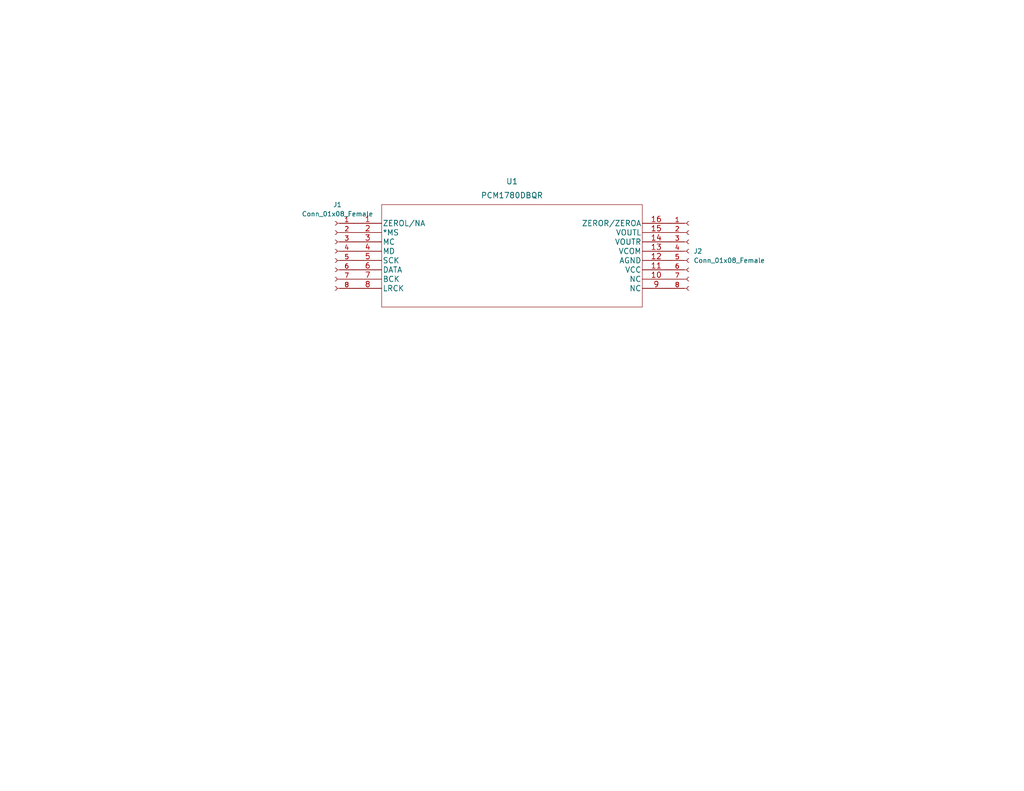
<source format=kicad_sch>
(kicad_sch (version 20211123) (generator eeschema)

  (uuid 30be826f-1847-438e-a89d-b5e379a399d4)

  (paper "A")

  (title_block
    (date "2022-02-26")
  )

  (lib_symbols
    (symbol "Connector:Conn_01x08_Female" (pin_names (offset 1.016) hide) (in_bom yes) (on_board yes)
      (property "Reference" "J" (id 0) (at 0 10.16 0)
        (effects (font (size 1.27 1.27)))
      )
      (property "Value" "Conn_01x08_Female" (id 1) (at 0 -12.7 0)
        (effects (font (size 1.27 1.27)))
      )
      (property "Footprint" "" (id 2) (at 0 0 0)
        (effects (font (size 1.27 1.27)) hide)
      )
      (property "Datasheet" "~" (id 3) (at 0 0 0)
        (effects (font (size 1.27 1.27)) hide)
      )
      (property "ki_keywords" "connector" (id 4) (at 0 0 0)
        (effects (font (size 1.27 1.27)) hide)
      )
      (property "ki_description" "Generic connector, single row, 01x08, script generated (kicad-library-utils/schlib/autogen/connector/)" (id 5) (at 0 0 0)
        (effects (font (size 1.27 1.27)) hide)
      )
      (property "ki_fp_filters" "Connector*:*_1x??_*" (id 6) (at 0 0 0)
        (effects (font (size 1.27 1.27)) hide)
      )
      (symbol "Conn_01x08_Female_1_1"
        (arc (start 0 -9.652) (mid -0.508 -10.16) (end 0 -10.668)
          (stroke (width 0.1524) (type default) (color 0 0 0 0))
          (fill (type none))
        )
        (arc (start 0 -7.112) (mid -0.508 -7.62) (end 0 -8.128)
          (stroke (width 0.1524) (type default) (color 0 0 0 0))
          (fill (type none))
        )
        (arc (start 0 -4.572) (mid -0.508 -5.08) (end 0 -5.588)
          (stroke (width 0.1524) (type default) (color 0 0 0 0))
          (fill (type none))
        )
        (arc (start 0 -2.032) (mid -0.508 -2.54) (end 0 -3.048)
          (stroke (width 0.1524) (type default) (color 0 0 0 0))
          (fill (type none))
        )
        (polyline
          (pts
            (xy -1.27 -10.16)
            (xy -0.508 -10.16)
          )
          (stroke (width 0.1524) (type default) (color 0 0 0 0))
          (fill (type none))
        )
        (polyline
          (pts
            (xy -1.27 -7.62)
            (xy -0.508 -7.62)
          )
          (stroke (width 0.1524) (type default) (color 0 0 0 0))
          (fill (type none))
        )
        (polyline
          (pts
            (xy -1.27 -5.08)
            (xy -0.508 -5.08)
          )
          (stroke (width 0.1524) (type default) (color 0 0 0 0))
          (fill (type none))
        )
        (polyline
          (pts
            (xy -1.27 -2.54)
            (xy -0.508 -2.54)
          )
          (stroke (width 0.1524) (type default) (color 0 0 0 0))
          (fill (type none))
        )
        (polyline
          (pts
            (xy -1.27 0)
            (xy -0.508 0)
          )
          (stroke (width 0.1524) (type default) (color 0 0 0 0))
          (fill (type none))
        )
        (polyline
          (pts
            (xy -1.27 2.54)
            (xy -0.508 2.54)
          )
          (stroke (width 0.1524) (type default) (color 0 0 0 0))
          (fill (type none))
        )
        (polyline
          (pts
            (xy -1.27 5.08)
            (xy -0.508 5.08)
          )
          (stroke (width 0.1524) (type default) (color 0 0 0 0))
          (fill (type none))
        )
        (polyline
          (pts
            (xy -1.27 7.62)
            (xy -0.508 7.62)
          )
          (stroke (width 0.1524) (type default) (color 0 0 0 0))
          (fill (type none))
        )
        (arc (start 0 0.508) (mid -0.508 0) (end 0 -0.508)
          (stroke (width 0.1524) (type default) (color 0 0 0 0))
          (fill (type none))
        )
        (arc (start 0 3.048) (mid -0.508 2.54) (end 0 2.032)
          (stroke (width 0.1524) (type default) (color 0 0 0 0))
          (fill (type none))
        )
        (arc (start 0 5.588) (mid -0.508 5.08) (end 0 4.572)
          (stroke (width 0.1524) (type default) (color 0 0 0 0))
          (fill (type none))
        )
        (arc (start 0 8.128) (mid -0.508 7.62) (end 0 7.112)
          (stroke (width 0.1524) (type default) (color 0 0 0 0))
          (fill (type none))
        )
        (pin passive line (at -5.08 7.62 0) (length 3.81)
          (name "Pin_1" (effects (font (size 1.27 1.27))))
          (number "1" (effects (font (size 1.27 1.27))))
        )
        (pin passive line (at -5.08 5.08 0) (length 3.81)
          (name "Pin_2" (effects (font (size 1.27 1.27))))
          (number "2" (effects (font (size 1.27 1.27))))
        )
        (pin passive line (at -5.08 2.54 0) (length 3.81)
          (name "Pin_3" (effects (font (size 1.27 1.27))))
          (number "3" (effects (font (size 1.27 1.27))))
        )
        (pin passive line (at -5.08 0 0) (length 3.81)
          (name "Pin_4" (effects (font (size 1.27 1.27))))
          (number "4" (effects (font (size 1.27 1.27))))
        )
        (pin passive line (at -5.08 -2.54 0) (length 3.81)
          (name "Pin_5" (effects (font (size 1.27 1.27))))
          (number "5" (effects (font (size 1.27 1.27))))
        )
        (pin passive line (at -5.08 -5.08 0) (length 3.81)
          (name "Pin_6" (effects (font (size 1.27 1.27))))
          (number "6" (effects (font (size 1.27 1.27))))
        )
        (pin passive line (at -5.08 -7.62 0) (length 3.81)
          (name "Pin_7" (effects (font (size 1.27 1.27))))
          (number "7" (effects (font (size 1.27 1.27))))
        )
        (pin passive line (at -5.08 -10.16 0) (length 3.81)
          (name "Pin_8" (effects (font (size 1.27 1.27))))
          (number "8" (effects (font (size 1.27 1.27))))
        )
      )
    )
    (symbol "PCM1780DBQR:PCM1780DBQR" (pin_names (offset 0.254)) (in_bom yes) (on_board yes)
      (property "Reference" "U" (id 0) (at 43.18 10.16 0)
        (effects (font (size 1.524 1.524)))
      )
      (property "Value" "PCM1780DBQR" (id 1) (at 43.18 7.62 0)
        (effects (font (size 1.524 1.524)))
      )
      (property "Footprint" "DBQ16" (id 2) (at 43.18 6.096 0)
        (effects (font (size 1.524 1.524)) hide)
      )
      (property "Datasheet" "" (id 3) (at 0 0 0)
        (effects (font (size 1.524 1.524)))
      )
      (property "ki_locked" "" (id 4) (at 0 0 0)
        (effects (font (size 1.27 1.27)))
      )
      (property "ki_fp_filters" "DBQ16 DBQ16-M DBQ16-L" (id 5) (at 0 0 0)
        (effects (font (size 1.27 1.27)) hide)
      )
      (symbol "PCM1780DBQR_1_1"
        (polyline
          (pts
            (xy 7.62 -22.86)
            (xy 78.74 -22.86)
          )
          (stroke (width 0.127) (type default) (color 0 0 0 0))
          (fill (type none))
        )
        (polyline
          (pts
            (xy 7.62 5.08)
            (xy 7.62 -22.86)
          )
          (stroke (width 0.127) (type default) (color 0 0 0 0))
          (fill (type none))
        )
        (polyline
          (pts
            (xy 78.74 -22.86)
            (xy 78.74 5.08)
          )
          (stroke (width 0.127) (type default) (color 0 0 0 0))
          (fill (type none))
        )
        (polyline
          (pts
            (xy 78.74 5.08)
            (xy 7.62 5.08)
          )
          (stroke (width 0.127) (type default) (color 0 0 0 0))
          (fill (type none))
        )
        (pin output line (at 0 0 0) (length 7.62)
          (name "ZEROL/NA" (effects (font (size 1.4986 1.4986))))
          (number "1" (effects (font (size 1.4986 1.4986))))
        )
        (pin unspecified line (at 86.36 -15.24 180) (length 7.62)
          (name "NC" (effects (font (size 1.4986 1.4986))))
          (number "10" (effects (font (size 1.4986 1.4986))))
        )
        (pin power_in line (at 86.36 -12.7 180) (length 7.62)
          (name "VCC" (effects (font (size 1.4986 1.4986))))
          (number "11" (effects (font (size 1.4986 1.4986))))
        )
        (pin power_in line (at 86.36 -10.16 180) (length 7.62)
          (name "AGND" (effects (font (size 1.4986 1.4986))))
          (number "12" (effects (font (size 1.4986 1.4986))))
        )
        (pin power_in line (at 86.36 -7.62 180) (length 7.62)
          (name "VCOM" (effects (font (size 1.4986 1.4986))))
          (number "13" (effects (font (size 1.4986 1.4986))))
        )
        (pin output line (at 86.36 -5.08 180) (length 7.62)
          (name "VOUTR" (effects (font (size 1.4986 1.4986))))
          (number "14" (effects (font (size 1.4986 1.4986))))
        )
        (pin output line (at 86.36 -2.54 180) (length 7.62)
          (name "VOUTL" (effects (font (size 1.4986 1.4986))))
          (number "15" (effects (font (size 1.4986 1.4986))))
        )
        (pin output line (at 86.36 0 180) (length 7.62)
          (name "ZEROR/ZEROA" (effects (font (size 1.4986 1.4986))))
          (number "16" (effects (font (size 1.4986 1.4986))))
        )
        (pin input line (at 0 -2.54 0) (length 7.62)
          (name "*MS" (effects (font (size 1.4986 1.4986))))
          (number "2" (effects (font (size 1.4986 1.4986))))
        )
        (pin input line (at 0 -5.08 0) (length 7.62)
          (name "MC" (effects (font (size 1.4986 1.4986))))
          (number "3" (effects (font (size 1.4986 1.4986))))
        )
        (pin input line (at 0 -7.62 0) (length 7.62)
          (name "MD" (effects (font (size 1.4986 1.4986))))
          (number "4" (effects (font (size 1.4986 1.4986))))
        )
        (pin input line (at 0 -10.16 0) (length 7.62)
          (name "SCK" (effects (font (size 1.4986 1.4986))))
          (number "5" (effects (font (size 1.4986 1.4986))))
        )
        (pin input line (at 0 -12.7 0) (length 7.62)
          (name "DATA" (effects (font (size 1.4986 1.4986))))
          (number "6" (effects (font (size 1.4986 1.4986))))
        )
        (pin input line (at 0 -15.24 0) (length 7.62)
          (name "BCK" (effects (font (size 1.4986 1.4986))))
          (number "7" (effects (font (size 1.4986 1.4986))))
        )
        (pin input line (at 0 -17.78 0) (length 7.62)
          (name "LRCK" (effects (font (size 1.4986 1.4986))))
          (number "8" (effects (font (size 1.4986 1.4986))))
        )
        (pin unspecified line (at 86.36 -17.78 180) (length 7.62)
          (name "NC" (effects (font (size 1.4986 1.4986))))
          (number "9" (effects (font (size 1.4986 1.4986))))
        )
      )
    )
  )


  (symbol (lib_id "Connector:Conn_01x08_Female") (at 91.44 68.58 0) (mirror y) (unit 1)
    (in_bom yes) (on_board yes) (fields_autoplaced)
    (uuid 44a3e2bf-6441-433c-b31a-a9c235c6fa6f)
    (property "Reference" "J1" (id 0) (at 92.075 55.88 0))
    (property "Value" "Conn_01x08_Female" (id 1) (at 92.075 58.42 0))
    (property "Footprint" "Connector_PinHeader_2.54mm:PinHeader_1x08_P2.54mm_Vertical" (id 2) (at 91.44 68.58 0)
      (effects (font (size 1.27 1.27)) hide)
    )
    (property "Datasheet" "~" (id 3) (at 91.44 68.58 0)
      (effects (font (size 1.27 1.27)) hide)
    )
    (pin "1" (uuid 2e6bab48-dda2-4400-84ea-878a73ed8d9c))
    (pin "2" (uuid fc1ebc91-7a9f-4cb7-8c00-98922c4375d0))
    (pin "3" (uuid 628dfb21-1a77-4115-a285-991fbe4aa4df))
    (pin "4" (uuid 27bc7dda-cd83-448b-a327-81ab94a87061))
    (pin "5" (uuid b23e7a7a-8670-4d9b-909e-b50093dabec5))
    (pin "6" (uuid 35710a0f-a96a-4472-9981-ba4b6b4acff2))
    (pin "7" (uuid eab15bc0-e10a-46fb-b942-74e8b5be71df))
    (pin "8" (uuid 820c581f-fb8a-4444-991c-43bc934dd690))
  )

  (symbol (lib_id "PCM1780DBQR:PCM1780DBQR") (at 96.52 60.96 0) (unit 1)
    (in_bom yes) (on_board yes) (fields_autoplaced)
    (uuid a776493e-04a3-4b7b-b68f-cc7f22b16482)
    (property "Reference" "U1" (id 0) (at 139.7 49.53 0)
      (effects (font (size 1.524 1.524)))
    )
    (property "Value" "PCM1780DBQR" (id 1) (at 139.7 53.34 0)
      (effects (font (size 1.524 1.524)))
    )
    (property "Footprint" "PCM1780DBQR:PCM1780DBQR" (id 2) (at 139.7 54.864 0)
      (effects (font (size 1.524 1.524)) hide)
    )
    (property "Datasheet" "" (id 3) (at 96.52 60.96 0)
      (effects (font (size 1.524 1.524)))
    )
    (pin "1" (uuid 00199ad0-ce37-4f86-add1-295bee2b5920))
    (pin "10" (uuid 56f185c8-d332-4a4a-ab1c-a3768b558389))
    (pin "11" (uuid aaa2a028-e0bf-4056-b3ed-c8b70327d6a7))
    (pin "12" (uuid 431b5d3b-7c9d-4f2b-a500-823bfbc4b869))
    (pin "13" (uuid 81c5436b-72b1-4179-9896-e06640196bd3))
    (pin "14" (uuid 1a0dac40-0b25-4bca-8fab-950c04e306b6))
    (pin "15" (uuid ab135807-a66b-4239-b390-32ebb08dcb21))
    (pin "16" (uuid 12cae57b-878b-4d95-a4ba-e503aacaafb5))
    (pin "2" (uuid bbb86608-6da7-47a6-b766-1eb12e0ee074))
    (pin "3" (uuid 38146ba7-5cda-43ce-8339-64035be3bd85))
    (pin "4" (uuid 8ed26dac-5dad-4b64-9484-75ef9216ed4a))
    (pin "5" (uuid 62d2a43a-3f72-4df1-88b3-df766b6eb079))
    (pin "6" (uuid f82e3c5e-0ec5-44b3-a3b7-ec6c4625a8e9))
    (pin "7" (uuid 65242e90-2fa2-4bd7-bc7e-5fbedb7f6a6a))
    (pin "8" (uuid 168829e5-a073-46e2-ad5d-995edf4f0f46))
    (pin "9" (uuid 0395742e-6429-4960-a4f6-3d3c98917207))
  )

  (symbol (lib_id "Connector:Conn_01x08_Female") (at 187.96 68.58 0) (unit 1)
    (in_bom yes) (on_board yes) (fields_autoplaced)
    (uuid f86ffdbc-bf59-4790-af79-7951c779b4ab)
    (property "Reference" "J2" (id 0) (at 189.23 68.5799 0)
      (effects (font (size 1.27 1.27)) (justify left))
    )
    (property "Value" "Conn_01x08_Female" (id 1) (at 189.23 71.1199 0)
      (effects (font (size 1.27 1.27)) (justify left))
    )
    (property "Footprint" "Connector_PinHeader_2.54mm:PinHeader_1x08_P2.54mm_Vertical" (id 2) (at 187.96 68.58 0)
      (effects (font (size 1.27 1.27)) hide)
    )
    (property "Datasheet" "~" (id 3) (at 187.96 68.58 0)
      (effects (font (size 1.27 1.27)) hide)
    )
    (pin "1" (uuid e1a3b616-edb1-422b-910e-8a6e23e24d12))
    (pin "2" (uuid 73768277-88af-4bc7-ac73-e3b83dd9f3eb))
    (pin "3" (uuid 186f02c1-9963-418d-a766-9f3c923dc540))
    (pin "4" (uuid 326d1c6c-a5e5-4799-8aed-60b8d3a32521))
    (pin "5" (uuid 76c8988a-4493-407f-8cfa-bd68805db0fc))
    (pin "6" (uuid 220a9b92-cc6d-4df9-8b6f-cb3d7b9e0343))
    (pin "7" (uuid 77aaa3dc-e1b6-4930-839b-984c0688c001))
    (pin "8" (uuid ebbe9a9e-93ed-4226-9057-fc0a7f9d39dd))
  )

  (sheet_instances
    (path "/" (page "1"))
  )

  (symbol_instances
    (path "/44a3e2bf-6441-433c-b31a-a9c235c6fa6f"
      (reference "J1") (unit 1) (value "Conn_01x08_Female") (footprint "Connector_PinHeader_2.54mm:PinHeader_1x08_P2.54mm_Vertical")
    )
    (path "/f86ffdbc-bf59-4790-af79-7951c779b4ab"
      (reference "J2") (unit 1) (value "Conn_01x08_Female") (footprint "Connector_PinHeader_2.54mm:PinHeader_1x08_P2.54mm_Vertical")
    )
    (path "/a776493e-04a3-4b7b-b68f-cc7f22b16482"
      (reference "U1") (unit 1) (value "PCM1780DBQR") (footprint "PCM1780DBQR:PCM1780DBQR")
    )
  )
)

</source>
